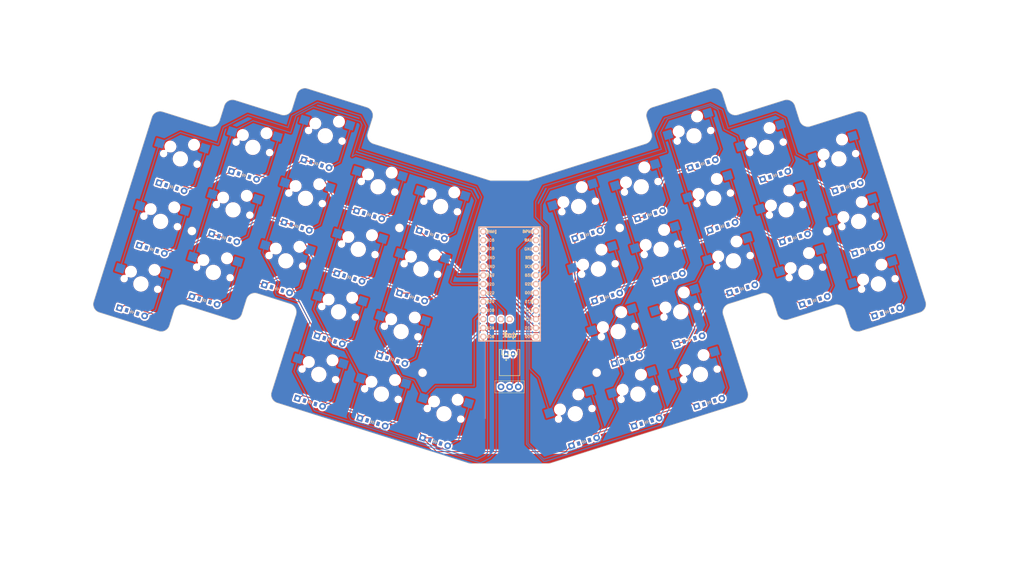
<source format=kicad_pcb>
(kicad_pcb (version 20241229) (generator "pcbnew") (generator_version "9.0")
  (title_block (title "ergogen_pcb_ergo") (rev "v1.0.0") (company "Unknown"))
  (layers (0 "F.Cu" signal) (2 "B.Cu" signal) (13 "F.Paste" user) (15 "B.Paste" user) (5 "F.SilkS" user) (7 "B.SilkS" user) (1 "F.Mask" user) (3 "B.Mask" user) (25 "Edge.Cuts" user))
  (net 0 "")
  (net 1 "P017")
  (net 2 "pinky_bottom")
  (net 3 "pinky_home")
  (net 4 "pinky_top")
  (net 5 "P020")
  (net 6 "ring_bottom")
  (net 7 "ring_home")
  (net 8 "ring_top")
  (net 9 "P022")
  (net 10 "middle_bottom")
  (net 11 "middle_home")
  (net 12 "middle_top")
  (net 13 "P024")
  (net 14 "index_bottom")
  (net 15 "index_home")
  (net 16 "index_top")
  (net 17 "P100")
  (net 18 "inner_bottom")
  (net 19 "inner_home")
  (net 20 "inner_top")
  (net 21 "inner_cluster")
  (net 22 "middle_cluster")
  (net 23 "outer_cluster")
  (net 24 "P031")
  (net 25 "mirror_pinky_bottom")
  (net 26 "mirror_pinky_home")
  (net 27 "mirror_pinky_top")
  (net 28 "P029")
  (net 29 "mirror_ring_bottom")
  (net 30 "mirror_ring_home")
  (net 31 "mirror_ring_top")
  (net 32 "P002")
  (net 33 "mirror_middle_bottom")
  (net 34 "mirror_middle_home")
  (net 35 "mirror_middle_top")
  (net 36 "P115")
  (net 37 "mirror_index_bottom")
  (net 38 "mirror_index_home")
  (net 39 "mirror_index_top")
  (net 40 "P113")
  (net 41 "mirror_inner_bottom")
  (net 42 "mirror_inner_home")
  (net 43 "mirror_inner_top")
  (net 44 "mirror_inner_cluster")
  (net 45 "mirror_middle_cluster")
  (net 46 "mirror_outer_cluster")
  (net 47 "P104")
  (net 48 "P010")
  (net 49 "P111")
  (net 50 "P106")
  (net 51 "BPos")
  (net 52 "RAW")
  (net 53 "GND")
  (net 54 "RST")
  (net 55 "VCC")
  (net 56 "P009")
  (net 57 "pos")
  (net 58 "P006")
  (net 59 "P008")
  (net 60 "P011")
  (net 61 "P101")
  (net 62 "P102")
  (net 63 "P107")
  (net 64 "neg")
  (footprint "ComboDiode" (layer "F.Cu") (at 232.713354 152.305285 17.5)
    (property "Reference" "D34" (hide yes))
    (property "Value" "" (hide yes))
  )
  (footprint "ComboDiode" (layer "F.Cu") (at 257.527779 104.637221 17.5)
    (property "Reference" "D23" (hide yes))
    (property "Value" "" (hide yes))
  )
  (footprint "MX" (layer "F.Cu") (at 233.994452 93.183721 17.5)
    (property "Reference" "S26" (hide yes))
    (property "Value" "" (hide yes))
  )
  (footprint "ComboDiode" (layer "F.Cu") (at 107.56836 119.410941 -17.5)
    (property "Reference" "D7" (hide yes))
    (property "Value" "" (hide yes))
  )
  (footprint "ComboDiode" (layer "F.Cu") (at 118.995182 83.169696 -17.5)
    (property "Reference" "D9" (hide yes))
    (property "Value" "" (hide yes))
  )
  (footprint "MX" (layer "F.Cu") (at 200.609911 113.670857 17.5)
    (property "Reference" "S32" (hide yes))
    (property "Value" "" (hide yes))
  )
  (footprint "MX" (layer "F.Cu") (at 94.860443 96.530625 -17.5)
    (property "Reference" "S5" (hide yes))
    (property "Value" "" (hide yes))
  )
  (footprint "JST_PH_S2B-PH-K_02x2.00mm_Angled" (layer "F.Cu") (at 174.916112 138.300235)
    (property "Reference" "JST1" (hide yes))
    (property "Value" "" (hide yes))
  )
  (footprint "MX" (layer "F.Cu") (at 230.157356 144.19869 17.5)
    (property "Reference" "S34" (hide yes))
    (property "Value" "" (hide yes))
  )
  (footprint "ComboDiode" (layer "F.Cu") (at 263.241189 122.757841 17.5)
    (property "Reference" "D22" (hide yes))
    (property "Value" "" (hide yes))
  )
  (footprint "MX" (layer "F.Cu") (at 228.28104 75.063103 17.5)
    (property "Reference" "S27" (hide yes))
    (property "Value" "" (hide yes))
  )
  (footprint "MX" (layer "F.Cu") (at 218.730536 107.957445 17.5)
    (property "Reference" "S29" (hide yes))
    (property "Value" "" (hide yes))
  )
  (footprint "ComboDiode" (layer "F.Cu") (at 203.165911 121.777449 17.5)
    (property "Reference" "D32" (hide yes))
    (property "Value" "" (hide yes))
  )
  (footprint "ComboDiode" (layer "F.Cu") (at 117.118868 152.305283 -17.5)
    (property "Reference" "D16" (hide yes))
    (property "Value" "" (hide yes))
  )
  (footprint "ComboDiode" (layer "F.Cu") (at 113.281772 101.290319 -17.5)
    (property "Reference" "D8" (hide yes))
    (property "Value" "" (hide yes))
  )
  (footprint "MX" (layer "F.Cu") (at 154.935721 95.550234 -17.5)
    (property "Reference" "S15" (hide yes))
    (property "Value" "" (hide yes))
  )
  (footprint "MX" (layer "F.Cu") (at 193.916111 155.62551 17.5)
    (property "Reference" "S36" (hide yes))
    (property "Value" "" (hide yes))
  )
  (footprint "ComboDiode" (layer "F.Cu") (at 214.592733 158.018694 17.5)
    (property "Reference" "D35" (hide yes))
    (property "Value" "" (hide yes))
  )
  (footprint "ComboDiode" (layer "F.Cu") (at 208.879325 139.898073 17.5)
    (property "Reference" "D31" (hide yes))
    (property "Value" "" (hide yes))
  )
  (footprint "ComboDiode" (layer "F.Cu") (at 251.814368 86.516597 17.5)
    (property "Reference" "D24" (hide yes))
    (property "Value" "" (hide yes))
  )
  (footprint "MX" (layer "F.Cu") (at 143.5089 131.79148 -17.5)
    (property "Reference" "S13" (hide yes))
    (property "Value" "" (hide yes))
  )
  (footprint "ComboDiode" (layer "F.Cu") (at 278.505107 107.984122 17.5)
    (property "Reference" "D20" (hide yes))
    (property "Value" "" (hide yes))
  )
  (footprint "ComboDiode" (layer "F.Cu") (at 221.286535 116.064041 17.5)
    (property "Reference" "D29" (hide yes))
    (property "Value" "" (hide yes))
  )
  (footprint "ComboDiode" (layer "F.Cu") (at 153.360113 163.732104 -17.5)
    (property "Reference" "D18" (hide yes))
    (property "Value" "" (hide yes))
  )
  (footprint "ComboDiode" (layer "F.Cu") (at 152.379718 103.656828 -17.5)
    (property "Reference" "D15" (hide yes))
    (property "Value" "" (hide yes))
  )
  (footprint "ComboDiode" (layer "F.Cu") (at 272.791695 89.863497 17.5)
    (property "Reference" "D21" (hide yes))
    (property "Value" "" (hide yes))
  )
  (footprint "MX" (layer "F.Cu") (at 281.662517 117.998146 17.5)
    (property "Reference" "S19" (hide yes))
    (property "Value" "" (hide yes))
  )
  (footprint "MX" (layer "F.Cu") (at 119.674866 144.19869 -17.5)
    (property "Reference" "S16" (hide yes))
    (property "Value" "" (hide yes))
  )
  (footprint "ComboDiode" (layer "F.Cu") (at 77.040529 89.863499 -17.5)
    (property "Reference" "D3" (hide yes))
    (property "Value" "" (hide yes))
  )
  (footprint "MX" (layer "F.Cu") (at 121.551181 75.063104 -17.5)
    (property "Reference" "S9" (hide yes))
    (property "Value" "" (hide yes))
  )
  (footprint "ComboDiode" (layer "F.Cu") (at 65.613707 126.104741 -17.5)
    (property "Reference" "D1" (hide yes))
    (property "Value" "" (hide yes))
  )
  (footprint "ComboDiode" (layer "F.Cu") (at 197.452501 103.656829 17.5)
    (property "Reference" "D33" (hide yes))
    (property "Value" "" (hide yes))
  )
  (footprint "ComboDiode" (layer "F.Cu") (at 98.017854 86.516595 -17.5)
    (property "Reference" "D6" (hide yes))
    (property "Value" "" (hide yes))
  )
  (footprint "ComboDiode" (layer "F.Cu") (at 242.263862 119.410941 17.5)
    (property "Reference" "D25" (hide yes))
    (property "Value" "" (hide yes))
  )
  (footprint "ComboDiode" (layer "F.Cu") (at 196.472111 163.732105 17.5)
    (property "Reference" "D36" (hide yes))
    (property "Value" "" (hide yes))
  )
  (footprint "MX" (layer "F.Cu") (at 155.916109 155.62551 -17.5)
    (property "Reference" "S18" (hide yes))
    (property "Value" "" (hide yes))
  )
  (footprint "nice_nano" (layer "F.Cu") (at 174.91611 119.300234 -90)
    (property "Reference" "MCU1" (hide yes))
    (property "Value" "nice_nano" (hide yes))
  )
  (footprint "MX" (layer "F.Cu") (at 115.837772 93.183726 -17.5)
    (property "Reference" "S8" (hide yes))
    (property "Value" "" (hide yes))
  )
  (footprint "ComboDiode" (layer "F.Cu") (at 230.837042 83.169696 17.5)
    (property "Reference" "D27" (hide yes))
    (property "Value" "" (hide yes))
  )
  (footprint "1test_slide_switch" (layer "F.Cu") (at 174.916113 147.800233)
    (property "Reference" "T1" (hide yes))
    (property "Value" "1test slide switch" (hide yes))
  )
  (footprint "MX" (layer "F.Cu") (at 254.971778 96.530624 17.5)
    (property "Reference" "S23" (hide yes))
    (property "Value" "" (hide yes))
  )
  (footprint "MX" (layer "F.Cu") (at 125.388278 126.07807 -17.5)
    (property "Reference" "S10" (hide yes))
    (property "Value" "" (hide yes))
  )
  (footprint "MX" (layer "F.Cu") (at 249.258367 78.410001 17.5)
    (property "Reference" "S24" (hide yes))
    (property "Value" "" (hide yes))
  )
  (footprint "MX" (layer "F.Cu") (at 110.12436 111.304345 -17.5)
    (property "Reference" "S7" (hide yes))
    (property "Value" "" (hide yes))
  )
  (footprint "MX" (layer "F.Cu") (at 224.443944 126.078068 17.5)
    (property "Reference" "S28" (hide yes))
    (property "Value" "" (hide yes))
  )
  (footprint "ComboDiode" (layer "F.Cu") (at 236.55045 101.290319 17.5)
    (property "Reference" "D26" (hide yes))
    (property "Value" "" (hide yes))
  )
  (footprint "MX" (layer "F.Cu") (at 194.896504 95.550233 17.5)
    (property "Reference" "S33" (hide yes))
    (property "Value" "" (hide yes))
  )
  (footprint "ComboDiode" (layer "F.Cu") (at 92.304446 104.637219 -17.5)
    (property "Reference" "D5" (hide yes))
    (property "Value" "" (hide yes))
  )
  (footprint "MX" (layer "F.Cu") (at 149.22231 113.670853 -17.5)
    (property "Reference" "S14" (hide yes))
    (property "Value" "" (hide yes))
  )
  (footprint "ComboDiode" (layer "F.Cu") (at 226.999947 134.184662 17.5)
    (property "Reference" "D28" (hide yes))
    (property "Value" "" (hide yes))
  )
  (footprint "ComboDiode" (layer "F.Cu") (at 215.573125 97.943415 17.5)
    (property "Reference" "D30" (hide yes))
    (property "Value" "" (hide yes))
  )
  (footprint "MX" (layer "F.Cu") (at 260.685187 114.651247 17.5)
    (property "Reference" "S22" (hide yes))
    (property "Value" "" (hide yes))
  )
  (footprint "MX" (layer "F.Cu") (at 89.147034 114.651249 -17.5)
    (property "Reference" "S4" (hide yes))
    (property "Value" "" (hide yes))
  )
  (footprint "MX" (layer "F.Cu") (at 213.017125 89.836823 17.5)
    (property "Reference" "S30" (hide yes))
    (property "Value" "" (hide yes))
  )
  (footprint "ComboDiode" (layer "F.Cu") (at 140.952903 139.898073 -17.5)
    (property "Reference" "D13" (hide yes))
    (property "Value" "" (hide yes))
  )
  (footprint "MX" (layer "F.Cu") (at 73.883113 99.877527 -17.5)
    (property "Reference" "S2" (hide yes))
    (property "Value" "" (hide yes))
  )
  (footprint "MX" (layer "F.Cu") (at 131.101688 107.957446 -17.5)
    (property "Reference" "S11" (hide yes))
    (property "Value" "" (hide yes))
  )
  (footprint "MX" (layer "F.Cu") (at 79.596526 81.756903 -17.5)
    (property "Reference" "S3" (hide yes))
    (property "Value" "" (hide yes))
  )
  (footprint "MX" (layer "F.Cu") (at 212.036733 149.912098 17.5)
    (property "Reference" "S35" (hide yes))
    (property "Value" "" (hide yes))
  )
  (footprint "MX" (layer "F.Cu") (at 206.323323 131.791477 17.5)
    (property "Reference" "S31" (hide yes))
    (property "Value" "" (hide yes))
  )
  (footprint "MX" (layer "F.Cu") (at 275.949108 99.877525 17.5)
    (property "Reference" "S20" (hide yes))
    (property "Value" "" (hide yes))
  )
  (footprint "ComboDiode" (layer "F.Cu") (at 122.83228 134.184661 -17.5)
    (property "Reference" "D10" (hide yes))
    (property "Value" "" (hide yes))
  )
  (footprint "ComboDiode" (layer "F.Cu") (at 135.239489 158.018693 -17.5)
    (property "Reference" "D17" (hide yes))
    (property "Value" "" (hide yes))
  )
  (footprint "MX" (layer "F.Cu") (at 100.573853 78.41 -17.5)
    (property "Reference" "S6" (hide yes))
    (property "Value" "" (hide yes))
  )
  (footprint "ComboDiode" (layer "F.Cu") (at 71.327119 107.984121 -17.5)
    (property "Reference" "D2" (hide yes))
    (property "Value" "" (hide yes))
  )
  (footprint "MX" (layer "F.Cu") (at 136.815098 89.836823 -17.5)
    (property "Reference" "S12" (hide yes))
    (property "Value" "" (hide yes))
  )
  (footprint "ComboDiode" (layer "F.Cu") (at 146.66631 121.777448 -17.5)
    (property "Reference" "D14" (hide yes))
    (property "Value" "" (hide yes))
  )
  (footprint "ComboDiode" (layer "F.Cu") (at 128.545688 116.064039 -17.5)
    (property "Reference" "D11" (hide yes))
    (property "Value" "" (hide yes))
  )
  (footprint "ComboDiode" (layer "F.Cu") (at 86.591035 122.757839 -17.5)
    (property "Reference" "D4" (hide yes))
    (property "Value" "" (hide yes))
  )
  (footprint "MX" (layer "F.Cu") (at 137.79549 149.9121 -17.5)
    (property "Reference" "S17" (hide yes))
    (property "Value" "" (hide yes))
  )
  (footprint "MX" (layer "F.Cu") (at 68.169707 117.99815 -17.5)
    (property "Reference" "S1" (hide yes))
    (property "Value" "" (hide yes))
  )
  (footprint "MX" (layer "F.Cu") (at 270.235695 81.756905 17.5)
    (property "Reference" "S21" (hide yes))
    (property "Value" "" (hide yes))
  )
  (footprint "ComboDiode" (layer "F.Cu") (at 134.259099 97.943418 -17.5)
    (property "Reference" "D12" (hide yes))
    (property "Value" "" (hide yes))
  )
  (footprint "ComboDiode" (layer "F.Cu") (at 284.218516 126.10474 17.5)
    (property "Reference" "D19" (hide yes))
    (property "Value" "" (hide yes))
  )
  (footprint "MX" (layer "F.Cu") (at 239.707863 111.304346 17.5)
    (property "Reference" "S25" (hide yes))
    (property "Value" "" (hide yes))
  )
  (gr_line (start 255.559857 128.325345) (end 268.91189 124.115465) (stroke (width 0.15)) (layer "Edge.Cuts"))
  (gr_arc (start 163.810524 170.051372) (mid 163.430217 170.022276) (end 163.058763 169.935666) (stroke (width 0.15)) (layer "Edge.Cuts"))
  (gr_arc (start 254.383707 64.735906) (mid 256.28984 64.902674) (end 257.519761 66.368435) (stroke (width 0.15)) (layer "Edge.Cuts"))
  (gr_line (start 133.872101 74.229491) (end 135.225278 69.937766) (stroke (width 0.15)) (layer "Edge.Cuts"))
  (gr_line (start 238.397394 123.77562) (end 247.934564 120.768563) (stroke (width 0.15)) (layer "Edge.Cuts"))
  (gr_circle (center 149.712509 143.708496) (end 150.903134 143.708496) (stroke (width 0.05)) (fill no) (layer "Edge.Cuts"))
  (gr_arc (start 214.606943 69.937765) (mid 214.773709 68.03163) (end 216.23947 66.801709) (stroke (width 0.15)) (layer "Edge.Cuts"))
  (gr_arc (start 71.335136 69.715334) (mid 72.565056 68.249575) (end 74.471191 68.082806) (stroke (width 0.15)) (layer "Edge.Cuts"))
  (gr_line (start 169.74637 88.040604) (end 180.085852 88.040606) (stroke (width 0.15)) (layer "Edge.Cuts"))
  (gr_line (start 87.823228 72.292688) (end 74.471191 68.082806) (stroke (width 0.15)) (layer "Edge.Cuts"))
  (gr_line (start 276.537181 131.672244) (end 293.704085 126.259539) (stroke (width 0.15)) (layer "Edge.Cuts"))
  (gr_arc (start 295.336613 123.123483) (mid 295.169848 125.029619) (end 293.704085 126.259539) (stroke (width 0.15)) (layer "Edge.Cuts"))
  (gr_line (start 101.897658 120.768561) (end 111.434828 123.77562) (stroke (width 0.15)) (layer "Edge.Cuts"))
  (gr_line (start 233.406377 61.389004) (end 216.23947 66.801709) (stroke (width 0.15)) (layer "Edge.Cuts"))
  (gr_circle (center 200.119717 143.708494) (end 200.119717 144.899119) (stroke (width 0.05)) (fill no) (layer "Edge.Cuts"))
  (gr_arc (start 107.633297 152.460082) (mid 106.167537 151.230161) (end 106.00077 149.324025) (stroke (width 0.15)) (layer "Edge.Cuts"))
  (gr_arc (start 233.406376 61.389003) (mid 235.312513 61.555768) (end 236.542435 63.021531) (stroke (width 0.15)) (layer "Edge.Cuts"))
  (gr_line (start 180.837618 87.924898) (end 214.327594 77.365547) (stroke (width 0.15)) (layer "Edge.Cuts"))
  (gr_line (start 251.070623 122.401091) (end 252.423798 126.692815) (stroke (width 0.15)) (layer "Edge.Cuts"))
  (gr_line (start 80.920332 124.115462) (end 94.272369 128.325347) (stroke (width 0.15)) (layer "Edge.Cuts"))
  (gr_arc (start 247.934564 120.768563) (mid 249.840701 120.935328) (end 251.070623 122.401091) (stroke (width 0.15)) (layer "Edge.Cuts"))
  (gr_arc (start 56.128135 126.25954) (mid 54.662371 125.02962) (end 54.495611 123.123485) (stroke (width 0.15)) (layer "Edge.Cuts"))
  (gr_line (start 107.633298 152.460083) (end 163.058763 169.935666) (stroke (width 0.15)) (layer "Edge.Cuts"))
  (gr_arc (start 133.592748 66.801709) (mid 135.05851 68.03163) (end 135.225278 69.937766) (stroke (width 0.15)) (layer "Edge.Cuts"))
  (gr_arc (start 243.83145 149.324026) (mid 243.664685 151.23016) (end 242.198925 152.460081) (stroke (width 0.15)) (layer "Edge.Cuts"))
  (gr_arc (start 215.960119 74.229492) (mid 215.793354 76.135626) (end 214.327594 77.365547) (stroke (width 0.15)) (layer "Edge.Cuts"))
  (gr_arc (start 268.911893 124.115462) (mid 270.818029 124.282228) (end 272.047951 125.747991) (stroke (width 0.15)) (layer "Edge.Cuts"))
  (gr_line (start 56.128138 126.259542) (end 73.295044 131.672246) (stroke (width 0.15)) (layer "Edge.Cuts"))
  (gr_line (start 237.895611 67.313258) (end 236.542435 63.021531) (stroke (width 0.15)) (layer "Edge.Cuts"))
  (gr_line (start 54.495611 123.123485) (end 71.335133 69.715333) (stroke (width 0.15)) (layer "Edge.Cuts"))
  (gr_line (start 186.773461 169.935663) (end 242.198925 152.460081) (stroke (width 0.15)) (layer "Edge.Cuts"))
  (gr_arc (start 77.784274 125.747987) (mid 79.014197 124.282226) (end 80.920332 124.115462) (stroke (width 0.15)) (layer "Edge.Cuts"))
  (gr_arc (start 236.764866 126.911679) (mid 236.93163 125.005541) (end 238.397394 123.77562) (stroke (width 0.15)) (layer "Edge.Cuts"))
  (gr_arc (start 262.008993 72.292687) (mid 260.10286 72.125921) (end 258.872938 70.66016) (stroke (width 0.15)) (layer "Edge.Cuts"))
  (gr_line (start 133.592753 66.801711) (end 116.425847 61.389005) (stroke (width 0.15)) (layer "Edge.Cuts"))
  (gr_arc (start 111.936613 67.313261) (mid 110.70669 68.779024) (end 108.800553 68.945784) (stroke (width 0.15)) (layer "Edge.Cuts"))
  (gr_circle (center 266.888794 102.734234) (end 268.079419 102.734234) (stroke (width 0.05)) (fill no) (layer "Edge.Cuts"))
  (gr_line (start 163.810526 170.051374) (end 186.021697 170.051373) (stroke (width 0.15)) (layer "Edge.Cuts"))
  (gr_arc (start 241.031668 68.945786) (mid 239.125532 68.779021) (end 237.895611 67.313258) (stroke (width 0.15)) (layer "Edge.Cuts"))
  (gr_arc (start 186.77346 169.935667) (mid 186.402005 170.022278) (end 186.021697 170.051373) (stroke (width 0.15)) (layer "Edge.Cuts"))
  (gr_line (start 106.00077 149.324025) (end 113.067356 126.911676) (stroke (width 0.15)) (layer "Edge.Cuts"))
  (gr_line (start 97.408428 126.692816) (end 98.761605 122.401091) (stroke (width 0.15)) (layer "Edge.Cuts"))
  (gr_arc (start 111.434829 123.775622) (mid 112.90059 125.005542) (end 113.067356 126.911676) (stroke (width 0.15)) (layer "Edge.Cuts"))
  (gr_line (start 254.383704 64.735908) (end 241.031669 68.945786) (stroke (width 0.15)) (layer "Edge.Cuts"))
  (gr_arc (start 90.959281 70.660162) (mid 89.729361 72.125919) (end 87.823228 72.292688) (stroke (width 0.15)) (layer "Edge.Cuts"))
  (gr_line (start 275.361031 68.082805) (end 262.008994 72.292687) (stroke (width 0.15)) (layer "Edge.Cuts"))
  (gr_circle (center 82.943427 102.642931) (end 84.134052 102.642931) (stroke (width 0.05)) (fill no) (layer "Edge.Cuts"))
  (gr_arc (start 97.408424 126.692816) (mid 96.178504 128.158577) (end 94.272369 128.325347) (stroke (width 0.15)) (layer "Edge.Cuts"))
  (gr_arc (start 135.504631 77.365548) (mid 134.038868 76.135628) (end 133.872101 74.229491) (stroke (width 0.15)) (layer "Edge.Cuts"))
  (gr_arc (start 76.4311 130.039718) (mid 75.201179 131.50548) (end 73.295044 131.672246) (stroke (width 0.15)) (layer "Edge.Cuts"))
  (gr_arc (start 169.74637 88.040606) (mid 169.36606 88.01151) (end 168.994603 87.924899) (stroke (width 0.15)) (layer "Edge.Cuts"))
  (gr_circle (center 206.813523 101.753839) (end 208.004148 101.753839) (stroke (width 0.05)) (fill no) (layer "Edge.Cuts"))
  (gr_line (start 278.49709 69.715337) (end 295.336616 123.123485) (stroke (width 0.15)) (layer "Edge.Cuts"))
  (gr_line (start 272.047951 125.747991) (end 273.401125 130.039717) (stroke (width 0.15)) (layer "Edge.Cuts"))
  (gr_line (start 76.431098 130.039717) (end 77.784276 125.747991) (stroke (width 0.15)) (layer "Edge.Cuts"))
  (gr_arc (start 92.312462 66.368431) (mid 93.542383 64.90267) (end 95.448517 64.735908) (stroke (width 0.15)) (layer "Edge.Cuts"))
  (gr_line (start 108.800553 68.945784) (end 95.448517 64.735908) (stroke (width 0.15)) (layer "Edge.Cuts"))
  (gr_arc (start 113.289789 63.021531) (mid 114.519711 61.55577) (end 116.425847 61.389005) (stroke (width 0.15)) (layer "Edge.Cuts"))
  (gr_arc (start 276.537181 131.672244) (mid 274.631045 131.505479) (end 273.401125 130.039717) (stroke (width 0.15)) (layer "Edge.Cuts"))
  (gr_line (start 135.504631 77.365548) (end 168.994603 87.924899) (stroke (width 0.15)) (layer "Edge.Cuts"))
  (gr_arc (start 98.761603 122.401093) (mid 99.991522 120.935327) (end 101.897658 120.768561) (stroke (width 0.15)) (layer "Edge.Cuts"))
  (gr_arc (start 180.837618 87.924895) (mid 180.466161 88.011507) (end 180.085852 88.040606) (stroke (width 0.15)) (layer "Edge.Cuts"))
  (gr_line (start 92.312462 66.368432) (end 90.959286 70.66016) (stroke (width 0.15)) (layer "Edge.Cuts"))
  (gr_arc (start 275.361033 68.082807) (mid 277.267169 68.249574) (end 278.49709 69.715337) (stroke (width 0.15)) (layer "Edge.Cuts"))
  (gr_line (start 258.872938 70.66016) (end 257.519761 66.368435) (stroke (width 0.15)) (layer "Edge.Cuts"))
  (gr_line (start 113.28979 63.021533) (end 111.936611 67.313259) (stroke (width 0.15)) (layer "Edge.Cuts"))
  (gr_arc (start 255.559854 128.325346) (mid 253.653717 128.158579) (end 252.423798 126.692815) (stroke (width 0.15)) (layer "Edge.Cuts"))
  (gr_line (start 214.606945 69.937765) (end 215.960119 74.229492) (stroke (width 0.15)) (layer "Edge.Cuts"))
  (gr_circle (center 143.018714 101.75384) (end 144.209339 101.75384) (stroke (width 0.05)) (fill no) (layer "Edge.Cuts"))
  (gr_line (start 236.764864 126.911677) (end 243.831455 149.324025) (stroke (width 0.15)) (layer "Edge.Cuts"))
  (segment (start 159.783891 115.49026) (end 167.29611 115.490234) (width 0.25) (layer "B.Cu") (net 1))
  (segment (start 119.292706 65.357048) (end 111.824959 69.244499) (width 0.25) (layer "B.Cu") (net 1))
  (segment (start 166.810827 92.823496) (end 159.692797 115.399059) (width 0.25) (layer "B.Cu") (net 1))
  (segment (start 110.750909 72.651109) (end 99.093053 68.975358) (width 0.25) (layer "B.Cu") (net 1))
  (segment (start 162.700892 89.030839) (end 131.190306 79.095529) (width 0.25) (layer "B.Cu") (net 1))
  (segment (start 166.810827 92.823496) (end 165.255812 89.836407) (width 0.25) (layer "B.Cu") (net 1))
  (segment (start 90.495826 77.500279) (end 79.620776 74.071404) (width 0.25) (layer "B.Cu") (net 1))
  (segment (start 79.620776 74.071404) (end 73.603235 77.203964) (width 0.25) (layer "B.Cu") (net 1))
  (segment (start 159.692797 115.399059) (end 159.783891 115.49026) (width 0.25) (layer "B.Cu") (net 1))
  (segment (start 133.338377 72.282456) (end 131.190306 79.095529) (width 0.25) (layer "B.Cu") (net 1))
  (segment (start 92.023362 72.655585) (end 99.093053 68.975358) (width 0.25) (layer "B.Cu") (net 1))
  (segment (start 133.338377 72.282456) (end 131.783436 69.295338) (width 0.25) (layer "B.Cu") (net 1))
  (segment (start 162.700892 89.030839) (end 165.255812 89.836407) (width 0.25) (layer "B.Cu") (net 1))
  (segment (start 110.750909 72.651109) (end 111.824959 69.244499) (width 0.25) (layer "B.Cu") (net 1))
  (segment (start 92.023362 72.655585) (end 90.495826 77.500279) (width 0.25) (layer "B.Cu") (net 1))
  (segment (start 73.603236 77.203962) (end 62.176413 113.445206) (width 0.25) (layer "B.Cu") (net 1))
  (segment (start 119.292706 65.357048) (end 131.783436 69.295338) (width 0.25) (layer "B.Cu") (net 1))
  (segment (start 75.572459 115.493174) (end 72.379511 125.619901) (width 0.25) (layer "B.Cu") (net 2))
  (segment (start 72.379511 125.619901) (end 69.247368 127.250431) (width 0.25) (layer "B.Cu") (net 2))
  (segment (start 75.572459 115.493174) (end 75.268909 114.90999) (width 0.25) (layer "B.Cu") (net 2))
  (segment (start 81.285876 97.372553) (end 80.982313 96.789366) (width 0.25) (layer "B.Cu") (net 3))
  (segment (start 78.092929 107.499293) (end 81.285876 97.372553) (width 0.25) (layer "B.Cu") (net 3))
  (segment (start 78.092929 107.499293) (end 74.960777 109.129807) (width 0.25) (layer "B.Cu") (net 3))
  (segment (start 83.806358 89.378683) (end 80.674188 91.009189) (width 0.25) (layer "B.Cu") (net 4))
  (segment (start 86.999324 79.251924) (end 83.806358 89.378683) (width 0.25) (layer "B.Cu") (net 4))
  (segment (start 86.999324 79.251924) (end 86.695725 78.668745) (width 0.25) (layer "B.Cu") (net 4))
  (segment (start 118.06746 66.671117) (end 131.706852 70.971644) (width 0.25) (layer "B.Cu") (net 5))
  (segment (start 158.382005 118.03023) (end 157.798673 117.44689) (width 0.25) (layer "B.Cu") (net 5))
  (segment (start 163.839809 91.064144) (end 130.322833 80.496244) (width 0.25) (layer "B.Cu") (net 5))
  (segment (start 130.322833 80.496244) (end 129.338756 81.008463) (width 0.25) (layer "B.Cu") (net 5))
  (segment (start 111.528413 74.144685) (end 113.0634 69.276028) (width 0.25) (layer "B.Cu") (net 5))
  (segment (start 100.629465 70.708188) (end 94.580561 73.85706) (width 0.25) (layer "B.Cu") (net 5))
  (segment (start 163.839809 91.064144) (end 165.258122 93.788587) (width 0.25) (layer "B.Cu") (net 5))
  (segment (start 132.202833 71.924431) (end 129.338756 81.008463) (width 0.25) (layer "B.Cu") (net 5))
  (segment (start 100.629465 70.708188) (end 111.528413 74.144685) (width 0.25) (layer "B.Cu") (net 5))
  (segment (start 118.06746 66.671117) (end 113.0634 69.276028) (width 0.25) (layer "B.Cu") (net 5))
  (segment (start 158.382005 118.03023) (end 167.29611 118.030233) (width 0.25) (layer "B.Cu") (net 5))
  (segment (start 131.706852 70.971644) (end 132.202833 71.924431) (width 0.25) (layer "B.Cu") (net 5))
  (segment (start 157.798673 117.44689) (end 165.258122 93.788587) (width 0.25) (layer "B.Cu") (net 5))
  (segment (start 94.580563 73.857061) (end 83.153739 110.098303) (width 0.25) (layer "B.Cu") (net 5))
  (segment (start 93.35684 122.273006) (end 90.224695 123.903532) (width 0.25) (layer "B.Cu") (net 6))
  (segment (start 93.35684 122.273006) (end 96.549785 112.146272) (width 0.25) (layer "B.Cu") (net 6))
  (segment (start 96.549785 112.146272) (end 96.246233 111.563089) (width 0.25) (layer "B.Cu") (net 6))
  (segment (start 99.070267 104.152398) (end 102.263226 94.025648) (width 0.25) (layer "B.Cu") (net 7))
  (segment (start 99.070267 104.152398) (end 95.938106 105.782908) (width 0.25) (layer "B.Cu") (net 7))
  (segment (start 102.263226 94.025648) (end 101.959644 93.442467) (width 0.25) (layer "B.Cu") (net 7))
  (segment (start 107.976646 75.905027) (end 107.673054 75.321845) (width 0.25) (layer "B.Cu") (net 8))
  (segment (start 104.783684 86.031777) (end 107.976646 75.905027) (width 0.25) (layer "B.Cu") (net 8))
  (segment (start 104.783684 86.031777) (end 101.651515 87.662283) (width 0.25) (layer "B.Cu") (net 8))
  (segment (start 117.038391 128.999337) (end 114.061469 123.280763) (width 0.25) (layer "B.Cu") (net 9))
  (segment (start 118.397121 154.68115) (end 166.507739 169.850384) (width 0.25) (layer "B.Cu") (net 9))
  (segment (start 104.120089 106.786234) (end 103.448432 108.916436) (width 0.25) (layer "B.Cu") (net 9))
  (segment (start 117.038391 128.999337) (end 113.681578 139.64575) (width 0.25) (layer "B.Cu") (net 9))
  (segment (start 171.03842 166.658691) (end 171.038401 124.312539) (width 0.25) (layer "B.Cu") (net 9))
  (segment (start 107.977871 117.617392) (end 103.448432 108.916436) (width 0.25) (layer "B.Cu") (net 9))
  (segment (start 171.038401 124.312539) (end 167.296109 120.570233) (width 0.25) (layer "B.Cu") (net 9))
  (segment (start 107.450088 121.196191) (end 107.076026 120.477647) (width 0.25) (layer "B.Cu") (net 9))
  (segment (start 171.03842 166.658691) (end 169.30059 168.396514) (width 0.25) (layer "B.Cu") (net 9))
  (segment (start 107.076026 120.477647) (end 107.977871 117.617392) (width 0.25) (layer "B.Cu") (net 9))
  (segment (start 104.824681 104.551536) (end 115.557892 70.510161) (width 0.25) (layer "B.Cu") (net 9))
  (segment (start 112.507942 143.368102) (end 118.397121 154.68115) (width 0.25) (layer "B.Cu") (net 9))
  (segment (start 169.30059 168.396514) (end 166.507739 169.850384) (width 0.25) (layer "B.Cu") (net 9))
  (segment (start 104.824681 104.551536) (end 104.120089 106.786234) (width 0.25) (layer "B.Cu") (net 9))
  (segment (start 107.450088 121.196191) (end 114.061469 123.280763) (width 0.25) (layer "B.Cu") (net 9))
  (segment (start 112.507942 143.368102) (end 113.681575 139.645749) (width 0.25) (layer "B.Cu") (net 9))
  (segment (start 117.527125 108.799372) (end 117.223559 108.216189) (width 0.25) (layer "B.Cu") (net 10))
  (segment (start 114.334173 118.92611) (end 111.202022 120.55663) (width 0.25) (layer "B.Cu") (net 10))
  (segment (start 114.334173 118.92611) (end 117.527125 108.799372) (width 0.25) (layer "B.Cu") (net 10))
  (segment (start 123.240546 90.678748) (end 122.93697 90.095565) (width 0.25) (layer "B.Cu") (net 11))
  (segment (start 120.047587 100.805491) (end 123.240546 90.678748) (width 0.25) (layer "B.Cu") (net 11))
  (segment (start 120.047587 100.805491) (end 116.915431 102.436007) (width 0.25) (layer "B.Cu") (net 11))
  (segment (start 125.761012 82.684882) (end 122.628843 84.315385) (width 0.25) (layer "B.Cu") (net 12))
  (segment (start 125.761012 82.684882) (end 128.953966 72.558124) (width 0.25) (layer "B.Cu") (net 12))
  (segment (start 128.953966 72.558124) (end 128.650382 71.974944) (width 0.25) (layer "B.Cu") (net 12))
  (segment (start 118.190048 125.346666) (end 123.617543 135.772824) (width 0.25) (layer "B.Cu") (net 13))
  (segment (start 165.545429 168.914697) (end 167.564825 167.863424) (width 0.25) (layer "B.Cu") (net 13))
  (segment (start 167.564825 167.863424) (end 168.498402 166.929845) (width 0.25) (layer "B.Cu") (net 13))
  (segment (start 128.898739 157.35999) (end 165.545429 168.914697) (width 0.25) (layer "B.Cu") (net 13))
  (segment (start 128.350463 156.306741) (end 131.802197 145.359159) (width 0.25) (layer "B.Cu") (net 13))
  (segment (start 118.190048 125.346666) (end 119.645147 120.731701) (width 0.25) (layer "B.Cu") (net 13))
  (segment (start 127.439128 136.977704) (end 131.802196 145.359158) (width 0.25) (layer "B.Cu") (net 13))
  (segment (start 168.498402 166.929845) (end 168.498431 124.312525) (width 0.25) (layer "B.Cu") (net 13))
  (segment (start 123.617543 135.772824) (end 127.439128 136.977704) (width 0.25) (layer "B.Cu") (net 13))
  (segment (start 120.349747 118.497005) (end 119.645147 120.731701) (width 0.25) (layer "B.Cu") (net 13))
  (segment (start 128.350463 156.306741) (end 128.898739 157.35999) (width 0.25) (layer "B.Cu") (net 13))
  (segment (start 168.498431 124.312525) (end 167.296108 123.110234) (width 0.25) (layer "B.Cu") (net 13))
  (segment (start 120.349747 118.497005) (end 130.821808 85.283881) (width 0.25) (layer "B.Cu") (net 13))
  (segment (start 132.791082 123.573091) (end 132.487477 122.989909) (width 0.25) (layer "B.Cu") (net 14))
  (segment (start 129.598079 133.699826) (end 126.465942 135.330352) (width 0.25) (layer "B.Cu") (net 14))
  (segment (start 132.791082 123.573091) (end 129.598079 133.699826) (width 0.25) (layer "B.Cu") (net 14))
  (segment (start 135.311493 115.579205) (end 138.504444 105.452472) (width 0.25) (layer "B.Cu") (net 15))
  (segment (start 135.311493 115.579205) (end 132.179351 117.209729) (width 0.25) (layer "B.Cu") (net 15))
  (segment (start 138.504444 105.452472) (end 138.200885 104.869287) (width 0.25) (layer "B.Cu") (net 15))
  (segment (start 144.217867 87.331845) (end 141.024918 97.458593) (width 0.25) (layer "B.Cu") (net 16))
  (segment (start 144.217867 87.331845) (end 143.9143 86.748664) (width 0.25) (layer "B.Cu") (net 16))
  (segment (start 141.024918 97.458593) (end 137.892759 99.089106) (width 0.25) (layer "B.Cu") (net 16))
  (segment (start 138.448033 124.281252) (end 148.942429 90.997293) (width 0.25) (layer "B.Cu") (net 17))
  (segment (start 138.448033 124.281252) (end 137.743439 126.515949) (width 0.25) (layer "B.Cu") (net 17))
  (segment (start 137.743439 126.515949) (end 136.355374 130.918399) (width 0.25) (layer "B.Cu") (net 17))
  (segment (start 164.670772 147.5324) (end 164.670816 128.275567) (width 0.25) (layer "B.Cu") (net 17))
  (segment (start 147.235006 145.90938) (end 149.922819 151.072567) (width 0.25) (layer "B.Cu") (net 17))
  (segment (start 143.555149 144.749121) (end 147.235006 145.90938) (width 0.25) (layer "B.Cu") (net 17))
  (segment (start 164.670772 147.5324) (end 153.462955 147.532389) (width 0.25) (layer "B.Cu") (net 17))
  (segment (start 153.462955 147.532389) (end 149.922816 151.072567) (width 0.25) (layer "B.Cu") (net 17))
  (segment (start 143.555149 144.749121) (end 136.355374 130.918399) (width 0.25) (layer "B.Cu") (net 17))
  (segment (start 164.670816 128.275567) (end 167.296109 125.650233) (width 0.25) (layer "B.Cu") (net 17))
  (segment (start 150.911693 129.286497) (end 150.608102 128.703319) (width 0.25) (layer "B.Cu") (net 18))
  (segment (start 147.718734 139.413262) (end 144.586561 141.043762) (width 0.25) (layer "B.Cu") (net 18))
  (segment (start 147.718734 139.413262) (end 150.911693 129.286497) (width 0.25) (layer "B.Cu") (net 18))
  (segment (start 156.625132 111.165877) (end 156.321508 110.582697) (width 0.25) (layer "B.Cu") (net 19))
  (segment (start 153.432119 121.292618) (end 156.625132 111.165877) (width 0.25) (layer "B.Cu") (net 19))
  (segment (start 153.432119 121.292618) (end 150.299973 122.92314) (width 0.25) (layer "B.Cu") (net 19))
  (segment (start 162.338505 93.045254) (end 162.034921 92.462074) (width 0.25) (layer "B.Cu") (net 20))
  (segment (start 159.145533 103.171998) (end 162.338505 93.045254) (width 0.25) (layer "B.Cu") (net 20))
  (segment (start 159.145533 103.171998) (end 156.013383 104.802517) (width 0.25) (layer "B.Cu") (net 20))
  (segment (start 127.077662 141.693712) (end 126.774066 141.11053) (width 0.25) (layer "B.Cu") (net 21))
  (segment (start 123.884702 151.820475) (end 127.077662 141.693712) (width 0.25) (layer "B.Cu") (net 21))
  (segment (start 123.884702 151.820475) (end 120.75253 153.450971) (width 0.25) (layer "B.Cu") (net 21))
  (segment (start 145.198272 147.407121) (end 142.005319 157.533882) (width 0.25) (layer "B.Cu") (net 22))
  (segment (start 145.198272 147.407121) (end 144.89469 146.823941) (width 0.25) (layer "B.Cu") (net 22))
  (segment (start 142.005319 157.533882) (end 138.87315 159.164385) (width 0.25) (layer "B.Cu") (net 22))
  (segment (start 163.318882 153.120533) (end 163.015311 152.537351) (width 0.25) (layer "B.Cu") (net 23))
  (segment (start 160.125934 163.247284) (end 156.993774 164.877792) (width 0.25) (layer "B.Cu") (net 23))
  (segment (start 160.125934 163.247284) (end 163.318882 153.120533) (width 0.25) (layer "B.Cu") (net 23))
  (segment (start 219.737763 69.990303) (end 217.425736 74.43167) (width 0.25) (layer "B.Cu") (net 24))
  (segment (start 185.286509 112.739846) (end 182.53611 115.490234) (width 0.25) (layer "B.Cu") (net 24))
  (segment (start 182.459838 94.195228) (end 184.7923 89.714584) (width 0.25) (layer "B.Cu") (net 24))
  (segment (start 233.044273 65.794818) (end 219.737763 69.990303) (width 0.25) (layer "B.Cu") (net 24))
  (segment (start 238.161734 72.887214) (end 251.91183 68.55191) (width 0.25) (layer "B.Cu") (net 24))
  (segment (start 254.735962 70.022024) (end 251.91183 68.55191) (width 0.25) (layer "B.Cu") (net 24))
  (segment (start 185.286509 112.739846) (end 185.286522 101.389925) (width 0.25) (layer "B.Cu") (net 24))
  (segment (start 261.092037 81.976616) (end 262.714818 81.464965) (width 0.25) (layer "B.Cu") (net 24))
  (segment (start 182.459819 98.56326) (end 185.286522 101.389925) (width 0.25) (layer "B.Cu") (net 24))
  (segment (start 254.735962 70.022024) (end 257.997296 80.365582) (width 0.25) (layer "B.Cu") (net 24))
  (segment (start 182.459838 94.195228) (end 182.459819 98.56326) (width 0.25) (layer "B.Cu") (net 24))
  (segment (start 262.714819 81.464965) (end 274.141641 117.706209) (width 0.25) (layer "B.Cu") (net 24))
  (segment (start 261.092037 81.976616) (end 257.997296 80.365582) (width 0.25) (layer "B.Cu") (net 24))
  (segment (start 218.85782 78.973719) (end 217.425736 74.43167) (width 0.25) (layer "B.Cu") (net 24))
  (segment (start 236.491224 67.589161) (end 238.161734 72.887214) (width 0.25) (layer "B.Cu") (net 24))
  (segment (start 233.044273 65.794818) (end 236.491224 67.589161) (width 0.25) (layer "B.Cu") (net 24))
  (segment (start 184.7923 89.714584) (end 218.85782 78.973719) (width 0.25) (layer "B.Cu") (net 24))
  (segment (start 289.482692 121.826884) (end 287.852178 124.95905) (width 0.25) (layer "B.Cu") (net 25))
  (segment (start 286.289737 111.700119) (end 289.482692 121.826884) (width 0.25) (layer "B.Cu") (net 25))
  (segment (start 286.289737 111.700119) (end 285.706545 111.396542) (width 0.25) (layer "B.Cu") (net 25))
  (segment (start 280.576336 93.579488) (end 283.769276 103.706264) (width 0.25) (layer "B.Cu") (net 26))
  (segment (start 283.769276 103.706264) (end 282.13877 106.838433) (width 0.25) (layer "B.Cu") (net 26))
  (segment (start 280.576336 93.579488) (end 279.993134 93.275919) (width 0.25) (layer "B.Cu") (net 26))
  (segment (start 274.862911 75.458876) (end 274.279724 75.155298) (width 0.25) (layer "B.Cu") (net 27))
  (segment (start 274.862911 75.458876) (end 278.055854 85.58564) (width 0.25) (layer "B.Cu") (net 27))
  (segment (start 278.055854 85.58564) (end 276.42536 88.717808) (width 0.25) (layer "B.Cu") (net 27))
  (segment (start 186.285844 90.492073) (end 220.351392 79.751223) (width 0.25) (layer "B.Cu") (net 28))
  (segment (start 218.572364 74.108753) (end 220.351392 79.751223) (width 0.25) (layer "B.Cu") (net 28))
  (segment (start 237.026191 73.245295) (end 240.824556 75.222613) (width 0.25) (layer "B.Cu") (net 28))
  (segment (start 233.001726 66.281131) (end 220.613908 70.186982) (width 0.25) (layer "B.Cu") (net 28))
  (segment (start 185.73752 114.828852) (end 182.536111 118.030234) (width 0.25) (layer "B.Cu") (net 28))
  (segment (start 242.546253 80.683133) (end 253.164311 114.359304) (width 0.25) (layer "B.Cu") (net 28))
  (segment (start 233.001726 66.281131) (end 235.189482 67.41995) (width 0.25) (layer "B.Cu") (net 28))
  (segment (start 183.953382 99.418991) (end 183.953357 94.972714) (width 0.25) (layer "B.Cu") (net 28))
  (segment (start 186.285844 90.492073) (end 183.953357 94.972714) (width 0.25) (layer "B.Cu") (net 28))
  (segment (start 185.737496 101.203127) (end 185.73752 114.828852) (width 0.25) (layer "B.Cu") (net 28))
  (segment (start 241.841653 78.448437) (end 242.546253 80.683133) (width 0.25) (layer "B.Cu") (net 28))
  (segment (start 183.953382 99.418991) (end 185.737496 101.203127) (width 0.25) (layer "B.Cu") (net 28))
  (segment (start 237.026191 73.245295) (end 235.189482 67.41995) (width 0.25) (layer "B.Cu") (net 28))
  (segment (start 218.572364 74.108753) (end 220.613908 70.186982) (width 0.25) (layer "B.Cu") (net 28))
  (segment (start 240.824556 75.222613) (end 241.841653 78.448437) (width 0.25) (layer "B.Cu") (net 28))
  (segment (start 268.505345 118.479982) (end 265.312378 108.353242) (width 0.25) (layer "B.Cu") (net 29))
  (segment (start 268.505345 118.479982) (end 266.87485 121.612152) (width 0.25) (layer "B.Cu") (net 29))
  (segment (start 265.312378 108.353242) (end 264.729217 108.049641) (width 0.25) (layer "B.Cu") (net 29))
  (segment (start 259.598976 90.232613) (end 262.791952 100.359363) (width 0.25) (layer "B.Cu") (net 30))
  (segment (start 259.598976 90.232613) (end 259.015807 89.929019) (width 0.25) (layer "B.Cu") (net 30))
  (segment (start 262.791952 100.359363) (end 261.161441 103.491529) (width 0.25) (layer "B.Cu") (net 30))
  (segment (start 257.078518 82.238738) (end 255.44803 85.370905) (width 0.25) (layer "B.Cu") (net 31))
  (segment (start 253.885559 72.111995) (end 253.302396 71.808397) (width 0.25) (layer "B.Cu") (net 31))
  (segment (start 253.885559 72.111995) (end 257.078518 82.238738) (width 0.25) (layer "B.Cu") (net 31))
  (segment (start 224.062757 148.430297) (end 222.984923 145.011866) (width 0.25) (layer "B.Cu") (net 32))
  (segment (start 228.867076 117.38989) (end 232.186984 111.012405) (width 0.25) (layer "B.Cu") (net 32))
  (segment (start 224.269037 123.315252) (end 226.479344 124.465852) (width 0.25) (layer "B.Cu") (net 32))
  (segment (start 226.479344 124.465852) (end 228.568526 131.091837) (width 0.25) (layer "B.Cu") (net 32))
  (segment (start 222.35773 143.022655) (end 222.984923 145.011866) (width 0.25) (layer "B.Cu") (net 32))
  (segment (start 218.602578 158.919109) (end 185.442906 169.374346) (width 0.25) (layer "B.Cu") (net 32))
  (segment (start 184.774149 169.374343) (end 185.442906 169.374346) (width 0.25) (layer "B.Cu") (net 32))
  (segment (start 223.315955 120.29242) (end 224.033575 118.91389) (width 0.25) (layer "B.Cu") (net 32))
  (segment (start 179.808429 123.297911) (end 182.53611 120.570234) (width 0.25) (layer "B.Cu") (net 32))
  (segment (start 222.35773 143.022655) (end 228.568526 131.091837) (width 0.25) (layer "B.Cu") (net 32))
  (segment (start 179.808401 164.408644) (end 179.808429 123.297911) (width 0.25) (layer "B.Cu") (net 32))
  (segment (start 179.808401 164.408644) (end 184.774149 169.374343) (width 0.25) (layer "B.Cu") (net 32))
  (segment (start 232.186984 111.012405) (end 220.760167 74.771163) (width 0.25) (layer "B.Cu") (net 32))
  (segment (start 224.033575 118.91389) (end 228.867076 117.38989) (width 0.25) (layer "B.Cu") (net 32))
  (segment (start 218.602578 158.919109) (end 224.062757 148.430297) (width 0.25) (layer "B.Cu") (net 32))
  (segment (start 224.269037 123.315252) (end 223.315955 120.29242) (width 0.25) (layer "B.Cu") (net 32))
  (segment (start 244.335063 105.006332) (end 243.751891 104.70274) (width 0.25) (layer "B.Cu") (net 33))
  (segment (start 247.528025 115.133081) (end 245.897524 118.265247) (width 0.25) (layer "B.Cu") (net 33))
  (segment (start 244.335063 105.006332) (end 247.528025 115.133081) (width 0.25) (layer "B.Cu") (net 33))
  (segment (start 241.81464 97.012459) (end 240.184113 100.14463) (width 0.25) (layer "B.Cu") (net 34))
  (segment (start 241.81464 97.012459) (end 238.621664 86.885703) (width 0.25) (layer "B.Cu") (net 34))
  (segment (start 238.621664 86.885703) (end 238.03848 86.582117) (width 0.25) (layer "B.Cu") (net 34))
  (segment (start 232.908245 68.765087) (end 232.325072 68.461497) (width 0.25) (layer "B.Cu") (net 35))
  (segment (start 232.908245 68.765087) (end 236.101199 78.891837) (width 0.25) (layer "B.Cu") (net 35))
  (segment (start 236.101199 78.891837) (end 234.470703 82.024006) (width 0.25) (layer "B.Cu") (net 35))
  (segment (start 205.195353 126.00583) (end 205.662698 127.488027) (width 0.25) (layer "B.Cu") (net 36))
  (segment (start 184.792753 168.755114) (end 200.995311 163.646527) (width 0.25) (layer "B.Cu") (net 36))
  (segment (start 180.259427 125.386911) (end 182.536108 123.110234) (width 0.25) (layer "B.Cu") (net 36))
  (segment (start 205.912971 124.627319) (end 207.395163 124.159981) (width 0.25) (layer "B.Cu") (net 36))
  (segment (start 204.515866 149.620161) (end 207.447882 143.987801) (width 0.25) (layer "B.Cu") (net 36))
  (segment (start 205.942111 154.143708) (end 204.515866 149.620161) (width 0.25) (layer "B.Cu") (net 36))
  (segment (start 205.662698 127.488027) (end 203.534517 131.576192) (width 0.25) (layer "B.Cu") (net 36))
  (segment (start 205.195353 126.00583) (end 205.912971 124.627319) (width 0.25) (layer "B.Cu") (net 36))
  (segment (start 213.009689 113.374515) (end 205.496247 89.544882) (width 0.25) (layer "B.Cu") (net 36))
  (segment (start 184.792753 168.755114) (end 180.259396 164.221839) (width 0.25) (layer "B.Cu") (net 36))
  (segment (start 180.259427 125.386911) (end 180.259396 164.221839) (width 0.25) (layer "B.Cu") (net 36))
  (segment (start 207.395163 124.159981) (end 213.009689 113.374515) (width 0.25) (layer "B.Cu") (net 36))
  (segment (start 203.534517 131.576192) (end 207.447882 143.987801) (width 0.25) (layer "B.Cu") (net 36))
  (segment (start 200.995311 163.646527) (end 205.942111 154.143708) (width 0.25) (layer "B.Cu") (net 36))
  (segment (start 232.264095 129.906805) (end 230.633605 133.038973) (width 0.25) (layer "B.Cu") (net 37))
  (segment (start 229.071148 119.780055) (end 228.487974 119.476465) (width 0.25) (layer "B.Cu") (net 37))
  (segment (start 232.264095 129.906805) (end 229.071148 119.780055) (width 0.25) (layer "B.Cu") (net 37))
  (segment (start 226.550706 111.786183) (end 223.357748 101.659424) (width 0.25) (layer "B.Cu") (net 38))
  (segment (start 223.357748 101.659424) (end 222.774563 101.355841) (width 0.25) (layer "B.Cu") (net 38))
  (segment (start 226.550706 111.786183) (end 224.920196 114.918351) (width 0.25) (layer "B.Cu") (net 38))
  (segment (start 220.837315 93.665562) (end 217.644344 83.538788) (width 0.25) (layer "B.Cu") (net 39))
  (segment (start 220.837315 93.665562) (end 219.206785 96.797727) (width 0.25) (layer "B.Cu") (net 39))
  (segment (start 217.644344 83.538788) (end 217.061153 83.235217) (width 0.25) (layer "B.Cu") (net 39))
  (segment (start 180.71045 142.607515) (end 180.710429 127.475913) (width 0.25) (layer "B.Cu") (net 40))
  (segment (start 180.71045 142.607515) (end 183.303267 145.200366) (width 0.25) (layer "B.Cu") (net 40))
  (segment (start 183.303267 145.200366) (end 186.459396 155.210312) (width 0.25) (layer "B.Cu") (net 40))
  (segment (start 186.459396 155.210312) (end 186.395233 155.33357) (width 0.25) (layer "B.Cu") (net 40))
  (segment (start 198.80246 131.499539) (end 187.375626 95.258294) (width 0.25) (layer "B.Cu") (net 40))
  (segment (start 180.710429 127.475913) (end 182.536111 125.650234) (width 0.25) (layer "B.Cu") (net 40))
  (segment (start 198.80246 131.499539) (end 186.395235 155.333571) (width 0.25) (layer "B.Cu") (net 40))
  (segment (start 214.143458 135.620213) (end 212.512984 138.752382) (width 0.25) (layer "B.Cu") (net 41))
  (segment (start 210.950533 125.493458) (end 210.367353 125.189874) (width 0.25) (layer "B.Cu") (net 41))
  (segment (start 210.950533 125.493458) (end 214.143458 135.620213) (width 0.25) (layer "B.Cu") (net 41))
  (segment (start 208.430082 117.499592) (end 205.237131 107.372827) (width 0.25) (layer "B.Cu") (net 42))
  (segment (start 205.237131 107.372827) (end 204.653942 107.069253) (width 0.25) (layer "B.Cu") (net 42))
  (segment (start 208.430082 117.499592) (end 206.799575 120.631759) (width 0.25) (layer "B.Cu") (net 42))
  (segment (start 199.523734 89.252194) (end 202.716692 99.378973) (width 0.25) (layer "B.Cu") (net 43))
  (segment (start 199.523734 89.252194) (end 198.940533 88.948625) (width 0.25) (layer "B.Cu") (net 43))
  (segment (start 202.716692 99.378973) (end 201.086162 102.511137) (width 0.25) (layer "B.Cu") (net 43))
  (segment (start 234.784549 137.900682) (end 234.201384 137.597085) (width 0.25) (layer "B.Cu") (net 44))
  (segment (start 237.977531 148.027427) (end 236.347017 151.159596) (width 0.25) (layer "B.Cu") (net 44))
  (segment (start 237.977531 148.027427) (end 234.784549 137.900682) (width 0.25) (layer "B.Cu") (net 44))
  (segment (start 219.856895 153.740835) (end 218.226396 156.873005) (width 0.25) (layer "B.Cu") (net 45))
  (segment (start 216.663933 143.614083) (end 216.080761 143.310494) (width 0.25) (layer "B.Cu") (net 45))
  (segment (start 219.856895 153.740835) (end 216.663933 143.614083) (width 0.25) (layer "B.Cu") (net 45))
  (segment (start 201.736275 159.454245) (end 198.543327 149.327485) (width 0.25) (layer "B.Cu") (net 46))
  (segment (start 201.736275 159.454245) (end 200.105772 162.586415) (width 0.25) (layer "B.Cu") (net 46))
  (segment (start 198.543327 149.327485) (end 197.960139 149.023904) (width 0.25) (layer "B.Cu") (net 46))
  (segment (start 136.484374 137.148592) (end 137.319238 138.752384) (width 0.25) (layer "F.Cu") (net 47))
  (segment (start 136.484374 137.148592) (end 120.802397 132.204124) (width 0.25) (layer "F.Cu") (net 47))
  (segment (start 232.774047 122.403054) (end 226.57044 134.32007) (width 0.25) (layer "F.Cu") (net 47))
  (segment (start 168.633818 132.067913) (end 167.29611 130.730185) (width 0.25) (layer "F.Cu") (net 47))
  (segment (start 82.957373 121.612153) (end 72.644136 126.980887) (width 0.25) (layer "F.Cu") (net 47))
  (segment (start 250.273093 119.04434) (end 241.212785 121.90105) (width 0.25) (layer "F.Cu") (net 47))
  (segment (start 250.273093 119.04434) (end 259.607527 123.903531) (width 0.25) (layer "F.Cu") (net 47))
  (segment (start 262.401002 125.35771) (end 271.46131 122.501016) (width 0.25) (layer "F.Cu") (net 47))
  (segment (start 167.29611 130.730185) (end 162.400173 135.626166) (width 0.25) (layer "F.Cu") (net 47))
  (segment (start 223.366282 135.330363) (end 226.57044 134.32007) (width 0.25) (layer "F.Cu") (net 47))
  (segment (start 120.802397 132.204124) (end 119.198635 133.038916) (width 0.25) (layer "F.Cu") (net 47))
  (segment (start 232.774047 122.403054) (end 238.630201 120.556628) (width 0.25) (layer "F.Cu") (net 47))
  (segment (start 221.762506 134.495463) (end 223.366282 135.330363) (width 0.25) (layer "F.Cu") (net 47))
  (segment (start 111.0201 117.328202) (end 107.728459 116.290336) (width 0.25) (layer "F.Cu") (net 47))
  (segment (start 221.762506 134.495463) (end 206.080526 139.439967) (width 0.25) (layer "F.Cu") (net 47))
  (segment (start 196.269817 132.067962) (end 168.633818 132.067913) (width 0.25) (layer "F.Cu") (net 47))
  (segment (start 140.445446 135.626146) (end 137.319238 138.752383) (width 0.25) (layer "F.Cu") (net 47))
  (segment (start 238.630201 120.556628) (end 241.212785 121.90105) (width 0.25) (layer "F.Cu") (net 47))
  (segment (start 103.934699 118.265249) (end 107.728459 116.290336) (width 0.25) (layer "F.Cu") (net 47))
  (segment (start 99.410842 116.838884) (end 88.655422 122.43783) (width 0.25) (layer "F.Cu") (net 47))
  (segment (start 271.46131 122.501016) (end 280.584855 127.250429) (width 0.25) (layer "F.Cu") (net 47))
  (segment (start 63.583824 124.124151) (end 72.644136 126.980887) (width 0.25) (layer "F.Cu") (net 47))
  (segment (start 84.11897 121.007474) (end 88.655422 122.43783) (width 0.25) (layer "F.Cu") (net 47))
  (segment (start 63.583824 124.124151) (end 61.980045 124.959054) (width 0.25) (layer "F.Cu") (net 47))
  (segment (start 103.934699 118.265249) (end 99.410842 116.838884) (width 0.25) (layer "F.Cu") (net 47))
  (segment (start 206.080526 139.439967) (end 205.245656 141.043738) (width 0.25) (layer "F.Cu") (net 47))
  (segment (start 262.401002 125.35771) (end 259.607527 123.903531) (width 0.25) (layer "F.Cu") (net 47))
  (segment (start 140.445446 135.626146) (end 162.400173 135.626166) (width 0.25) (layer "F.Cu") (net 47))
  (segment (start 84.11897 121.007474) (end 82.957373 121.612153) (width 0.25) (layer "F.Cu") (net 47))
  (segment (start 205.245656 141.043738) (end 196.269817 132.067962) (width 0.25) (layer "F.Cu") (net 47))
  (segment (start 119.198635 133.038916) (end 111.0201 117.328202) (width 0.25) (layer "F.Cu") (net 47))
  (segment (start 119.26895 113.139086) (end 124.912023 114.918342) (width 0.25) (layer "F.Cu") (net 48))
  (segment (start 254.728993 104.179127) (end 253.894133 105.782965) (width 0.25) (layer "F.Cu") (net 48))
  (segment (start 200.53666 120.993742) (end 215.723449 116.205368) (width 0.25) (layer "F.Cu") (net 48))
  (segment (start 217.652876 117.20974) (end 215.723449 116.205368) (width 0.25) (layer "F.Cu") (net 48))
  (segment (start 142.197783 119.027971) (end 126.515805 114.083465) (width 0.25) (layer "F.Cu") (net 48))
  (segment (start 109.64811 100.144629) (end 113.06532 101.222096) (width 0.25) (layer "F.Cu") (net 48))
  (segment (start 88.670783 103.491529) (end 78.357544 108.860266) (width 0.25) (layer "F.Cu") (net 48))
  (segment (start 173.713797 121.90796) (end 182.53611 130.730231) (width 0.25) (layer "F.Cu") (net 48))
  (segment (start 173.713797 121.90796) (end 153.3338 121.907939) (width 0.25) (layer "F.Cu") (net 48))
  (segment (start 191.725159 130.730244) (end 182.53611 130.730231) (width 0.25) (layer "F.Cu") (net 48))
  (segment (start 69.297234 106.003528) (end 67.693454 106.838432) (width 0.25) (layer "F.Cu") (net 48))
  (segment (start 253.894133 105.782965) (end 240.01632 98.558576) (width 0.25) (layer "F.Cu") (net 48))
  (segment (start 232.878345 102.509849) (end 233.93751 100.475235) (width 0.25) (layer "F.Cu") (net 48))
  (segment (start 109.64811 100.144629) (end 104.171865 98.417963) (width 0.25) (layer "F.Cu") (net 48))
  (segment (start 142.197783 119.027971) (end 143.032646 120.631762) (width 0.25) (layer "F.Cu") (net 48))
  (segment (start 126.515805 114.083465) (end 124.912023 114.918342) (width 0.25) (layer "F.Cu") (net 48))
  (segment (start 222.402268 108.086163) (end 217.652876 117.20974) (width 0.25) (layer "F.Cu") (net 48))
  (segment (start 232.878345 102.509849) (end 231.462591 105.229476) (width 0.25) (layer "F.Cu") (net 48))
  (segment (start 233.93751 100.475235) (end 240.01632 98.558576) (width 0.25) (layer "F.Cu") (net 48))
  (segment (start 152.057639 120.631739) (end 143.032646 120.631762) (width 0.25) (layer "F.Cu") (net 48))
  (segment (start 254.728993 104.179127) (end 261.35065 102.09132) (width 0.25) (layer "F.Cu") (net 48))
  (segment (start 88.670783 103.491529) (end 92.254847 104.621581) (width 0.25) (layer "F.Cu") (net 48))
  (segment (start 69.297234 106.003528) (end 78.357544 108.860266) (width 0.25) (layer "F.Cu") (net 48))
  (segment (start 153.3338 121.907939) (end 152.057639 120.631739) (width 0.25) (layer "F.Cu") (net 48))
  (segment (start 191.725159 130.730244) (end 199.532249 122.923138) (width 0.25) (layer "F.Cu") (net 48))
  (segment (start 104.171865 98.417963) (end 92.254847 104.621581) (width 0.25) (layer "F.Cu") (net 48))
  (segment (start 222.402268 108.086163) (end 231.462591 105.229476) (width 0.25) (layer "F.Cu") (net 48))
  (segment (start 261.35065 102.09132) (end 274.871444 109.129809) (width 0.25) (layer "F.Cu") (net 48))
  (segment (start 119.26895 113.139086) (end 113.06532 101.222096) (width 0.25) (layer "F.Cu") (net 48))
  (segment (start 200.53666 120.993742) (end 199.532252 122.923139) (width 0.25) (layer "F.Cu") (net 48))
  (segment (start 182.53611 128.190233) (end 193.818818 116.907492) (width 0.25) (layer "F.Cu") (net 49))
  (segment (start 160.429833 114.194934) (end 148.74606 102.511137) (width 0.25) (layer "F.Cu") (net 49))
  (segment (start 75.010643 87.882903) (end 73.406867 88.717811) (width 0.25) (layer "F.Cu") (net 49))
  (segment (start 94.384192 85.370907) (end 84.070954 90.739639) (width 0.25) (layer "F.Cu") (net 49))
  (segment (start 118.77875 83.101456) (end 124.982356 95.018472) (width 0.25) (layer "F.Cu") (net 49))
  (segment (start 124.982356 95.018472) (end 130.625437 96.797713) (width 0.25) (layer "F.Cu") (net 49))
  (segment (start 220.169822 86.533076) (end 227.203378 84.315384) (width 0.25) (layer "F.Cu") (net 49))
  (segment (start 132.229217 95.962838) (end 130.625437 96.797713) (width 0.25) (layer "F.Cu") (net 49))
  (segment (start 258.844797 85.640452) (end 269.158036 91.009186) (width 0.25) (layer "F.Cu") (net 49))
  (segment (start 210.335683 98.254241) (end 194.653713 103.198735) (width 0.25) (layer "F.Cu") (net 49))
  (segment (start 95.987975 84.536059) (end 94.384192 85.370907) (width 0.25) (layer "F.Cu") (net 49))
  (segment (start 182.53611 128.190233) (end 168.540795 114.194918) (width 0.25) (layer "F.Cu") (net 49))
  (segment (start 248.418009 87.78582) (end 249.784488 88.497176) (width 0.25) (layer "F.Cu") (net 49))
  (segment (start 246.339616 86.703875) (end 248.418009 87.78582) (width 0.25) (layer "F.Cu") (net 49))
  (segment (start 105.04828 87.392724) (end 115.361521 82.024008) (width 0.25) (layer "F.Cu") (net 49))
  (segment (start 75.010643 87.882903) (end 84.070954 90.739639) (width 0.25) (layer "F.Cu") (net 49))
  (segment (start 160.429833 114.194934) (end 168.540795 114.194918) (width 0.25) (layer "F.Cu") (net 49))
  (segment (start 194.653713 103.198735) (end 193.818842 104.802518) (width 0.25) (layer "F.Cu") (net 49))
  (segment (start 147.911185 100.907355) (end 132.229217 95.962838) (width 0.25) (layer "F.Cu") (net 49))
  (segment (start 246.339616 86.703875) (end 238.720826 82.737805) (width 0.25) (layer "F.Cu") (net 49))
  (segment (start 210.335683 98.254241) (end 211.939461 99.0891) (width 0.25) (layer "F.Cu") (net 49))
  (segment (start 193.818818 116.907492) (end 193.81884 104.802516) (width 0.25) (layer "F.Cu") (net 49))
  (segment (start 238.720826 82.737805) (end 229.660519 85.594509) (width 0.25) (layer "F.Cu") (net 49))
  (segment (start 258.844797 85.640452) (end 249.784488 88.497176) (width 0.25) (layer "F.Cu") (net 49))
  (segment (start 147.911185 100.907355) (end 148.74606 102.511137) (width 0.25) (layer "F.Cu") (net 49))
  (segment (start 227.203378 84.315384) (end 229.660519 85.594509) (width 0.25) (layer "F.Cu") (net 49))
  (segment (start 118.77875 83.101456) (end 115.361521 82.024008) (width 0.25) (layer "F.Cu") (net 49))
  (segment (start 211.939461 99.0891) (end 213.966205 98.450076) (width 0.25) (layer "F.Cu") (net 49))
  (segment (start 95.987975 84.536059) (end 105.04828 87.392724) (width 0.25) (layer "F.Cu") (net 49))
  (segment (start 213.966205 98.450076) (end 220.169822 86.533076) (width 0.25) (layer "F.Cu") (net 49))
  (segment (start 130.770974 155.2692) (end 115.088986 150.32474) (width 0.25) (layer "F.Cu") (net 50))
  (segment (start 167.29613 156.813354) (end 161.523048 162.586437) (width 0.25) (layer "F.Cu") (net 50))
  (segment (start 211.793931 157.560586) (end 227.475913 152.616098) (width 0.25) (layer "F.Cu") (net 50))
  (segment (start 131.605819 156.873036) (end 133.811955 155.724561) (width 0.25) (layer "F.Cu") (net 50))
  (segment (start 148.577996 160.380308) (end 149.726445 162.586417) (width 0.25) (layer "F.Cu") (net 50))
  (segment (start 191.133821 166.582413) (end 153.72246 166.582402) (width 0.25) (layer "F.Cu") (net 50))
  (segment (start 209.35529 158.329517) (end 210.95907 159.164384) (width 0.25) (layer "F.Cu") (net 50))
  (segment (start 133.811955 155.724561) (end 148.577996 160.380308) (width 0.25) (layer "F.Cu") (net 50))
  (segment (start 193.673321 163.274009) (end 192.838446 164.87779) (width 0.25) (layer "F.Cu") (net 50))
  (segment (start 115.088986 150.32474) (end 113.485205 151.159595) (width 0.25) (layer "F.Cu") (net 50))
  (segment (start 227.475913 152.616098) (end 229.079692 153.450974) (width 0.25) (layer "F.Cu") (net 50))
  (segment (start 209.35529 158.329517) (end 193.673321 163.274009) (width 0.25) (layer "F.Cu") (net 50))
  (segment (start 149.152233 161.483351) (end 149.726445 162.586422) (width 0.25) (layer "F.Cu") (net 50))
  (segment (start 149.726403 162.5864) (end 153.72246 166.582402) (width 0.25) (layer "F.Cu") (net 50))
  (segment (start 211.793931 157.560586) (end 210.95907 159.164384) (width 0.25) (layer "F.Cu") (net 50))
  (segment (start 192.838446 164.87779) (end 191.133821 166.582413) (width 0.25) (layer "F.Cu") (net 50))
  (segment (start 167.29613 156.813354) (end 167.296111 133.270233) (width 0.25) (layer "F.Cu") (net 50))
  (segment (start 149.726403 162.5864) (end 161.523048 162.586437) (width 0.25) (layer "F.Cu") (net 50))
  (segment (start 130.770974 155.2692) (end 131.605819 156.873036) (width 0.25) (layer "F.Cu") (net 50))
  (segment (start 177.416127 107.910237) (end 182.53611 102.790233) (width 0.25) (layer "B.Cu") (net 51))
  (segment (start 177.416127 107.910237) (end 177.416112 147.800233) (width 0.25) (layer "B.Cu") (net 51))
  (segment (start 169.068771 104.562865) (end 169.068733 121.443755) (width 0.25) (layer "B.Cu") (net 57))
  (segment (start 173.578442 125.953397) (end 169.068733 121.443755) (width 0.25) (layer "B.Cu") (net 57))
  (segment (start 173.578442 125.953397) (end 173.578445 137.962518) (width 0.25) (layer "B.Cu") (net 57))
  (segment (start 169.068771 104.562865) (end 167.29611 102.790234) (width 0.25) (layer "B.Cu") (net 57))
  (segment (start 173.578445 137.962518) (end 173.916112 138.300235) (width 0.25) (layer "B.Cu") (net 57))
  (segment (start 175.91609 146.800223) (end 174.916113 147.800233) (width 0.25) (layer "B.Cu") (net 64))
  (segment (start 175.91609 146.800223) (end 175.916112 138.300235) (width 0.25) (layer "B.Cu") (net 64))
  (zone (net 0) (net_name "") (layers "F.Cu" "B.Cu") (connect_pads (clearance 0.508)) (min_thickness 0.25) (fill yes (thermal_gap 0.5) (thermal_bridge_width 0.5) (island_removal_mode 1) (island_area_min 10))
    (polygon (pts (xy 148.828125 59.53125) (xy 276.225 36.909375) (xy 323.85 138.1125) (xy 185.7375 198.834375) (xy 27.384375 152.4) (xy 71.4375 35.71875)))
  )
)
</source>
